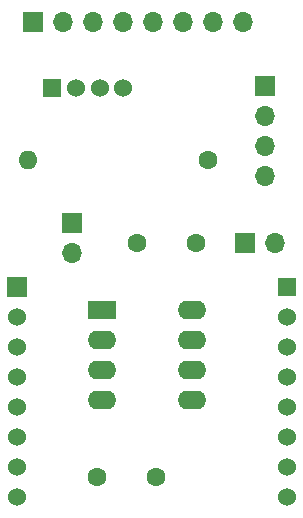
<source format=gts>
G04 #@! TF.GenerationSoftware,KiCad,Pcbnew,8.0.6*
G04 #@! TF.CreationDate,2025-01-06T22:58:23-05:00*
G04 #@! TF.ProjectId,MikroBusCAN,4d696b72-6f42-4757-9343-414e2e6b6963,rev?*
G04 #@! TF.SameCoordinates,Original*
G04 #@! TF.FileFunction,Soldermask,Top*
G04 #@! TF.FilePolarity,Negative*
%FSLAX46Y46*%
G04 Gerber Fmt 4.6, Leading zero omitted, Abs format (unit mm)*
G04 Created by KiCad (PCBNEW 8.0.6) date 2025-01-06 22:58:23*
%MOMM*%
%LPD*%
G01*
G04 APERTURE LIST*
%ADD10R,1.524000X1.524000*%
%ADD11C,1.524000*%
%ADD12R,1.700000X1.700000*%
%ADD13O,1.700000X1.700000*%
%ADD14C,1.600000*%
%ADD15O,1.600000X1.600000*%
%ADD16R,1.676400X1.676400*%
%ADD17R,2.400000X1.600000*%
%ADD18O,2.400000X1.600000*%
G04 APERTURE END LIST*
D10*
X64900000Y-72658000D03*
D11*
X66900000Y-72658000D03*
X68900000Y-72658000D03*
X70900000Y-72658000D03*
D12*
X82900000Y-72458000D03*
D13*
X82900000Y-74998000D03*
X82900000Y-77538000D03*
X82900000Y-80078000D03*
D14*
X77100000Y-85758000D03*
X72100000Y-85758000D03*
X78100000Y-78758000D03*
D15*
X62860000Y-78758000D03*
D14*
X68650000Y-105608000D03*
X73650000Y-105608000D03*
D16*
X61915200Y-89457600D03*
D11*
X61915200Y-91997600D03*
X61915200Y-94537600D03*
X61915200Y-97077600D03*
X61915200Y-99617600D03*
X61915200Y-102157600D03*
X61915200Y-104697600D03*
X61915200Y-107237600D03*
X84775200Y-107237600D03*
X84775200Y-104697600D03*
X84775200Y-102157600D03*
X84775200Y-99617600D03*
X84775200Y-97077600D03*
X84775200Y-94537600D03*
X84775200Y-91997600D03*
D10*
X84775200Y-89457600D03*
D12*
X63300000Y-67058000D03*
D13*
X65840000Y-67058000D03*
X68380000Y-67058000D03*
X70920000Y-67058000D03*
X73460000Y-67058000D03*
X76000000Y-67058000D03*
X78540000Y-67058000D03*
X81080000Y-67058000D03*
D12*
X66600000Y-84058000D03*
D13*
X66600000Y-86598000D03*
D17*
X69130000Y-91458000D03*
D18*
X69130000Y-93998000D03*
X69130000Y-96538000D03*
X69130000Y-99078000D03*
X76750000Y-99078000D03*
X76750000Y-96538000D03*
X76750000Y-93998000D03*
X76750000Y-91458000D03*
D12*
X81200000Y-85758000D03*
D13*
X83740000Y-85758000D03*
M02*

</source>
